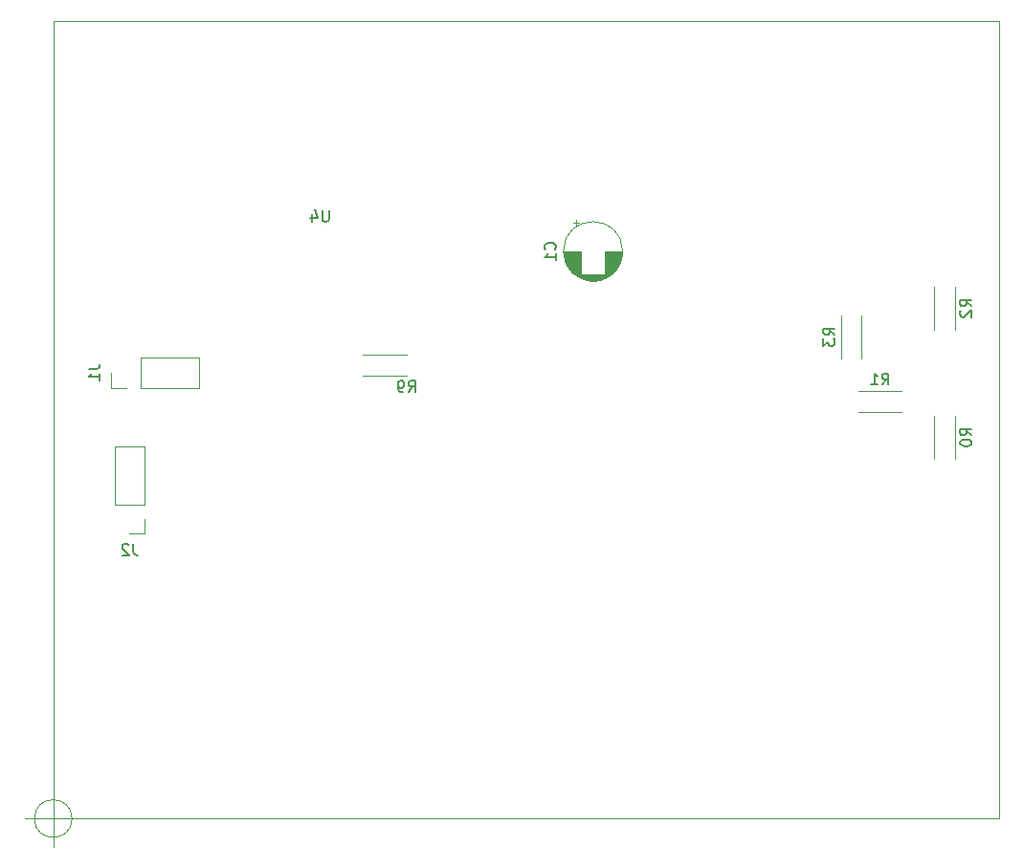
<source format=gbr>
%TF.GenerationSoftware,KiCad,Pcbnew,(6.0.4)*%
%TF.CreationDate,2023-07-18T11:50:36+07:00*%
%TF.ProjectId,05-Prototype-UpdatedComponents,30352d50-726f-4746-9f74-7970652d5570,rev?*%
%TF.SameCoordinates,PX82af528PY8a31af8*%
%TF.FileFunction,Legend,Bot*%
%TF.FilePolarity,Positive*%
%FSLAX46Y46*%
G04 Gerber Fmt 4.6, Leading zero omitted, Abs format (unit mm)*
G04 Created by KiCad (PCBNEW (6.0.4)) date 2023-07-18 11:50:36*
%MOMM*%
%LPD*%
G01*
G04 APERTURE LIST*
%TA.AperFunction,Profile*%
%ADD10C,0.100000*%
%TD*%
%ADD11C,0.150000*%
%ADD12C,0.120000*%
G04 APERTURE END LIST*
D10*
X1666666Y0D02*
G75*
G03*
X1666666Y0I-1666666J0D01*
G01*
X-2500000Y0D02*
X2500000Y0D01*
X0Y2500000D02*
X0Y-2500000D01*
X0Y0D02*
X83693000Y0D01*
X83693000Y0D02*
X83693000Y70612000D01*
X83693000Y70612000D02*
X0Y70612000D01*
X0Y70612000D02*
X0Y0D01*
D11*
%TO.C,J2*%
X7089333Y24335620D02*
X7089333Y23621334D01*
X7136952Y23478477D01*
X7232190Y23383239D01*
X7375047Y23335620D01*
X7470285Y23335620D01*
X6660761Y24240381D02*
X6613142Y24288000D01*
X6517904Y24335620D01*
X6279809Y24335620D01*
X6184571Y24288000D01*
X6136952Y24240381D01*
X6089333Y24145143D01*
X6089333Y24049905D01*
X6136952Y23907048D01*
X6708380Y23335620D01*
X6089333Y23335620D01*
%TO.C,J1*%
X3134380Y39815334D02*
X3848666Y39815334D01*
X3991523Y39862953D01*
X4086761Y39958191D01*
X4134380Y40101048D01*
X4134380Y40196286D01*
X4134380Y38815334D02*
X4134380Y39386762D01*
X4134380Y39101048D02*
X3134380Y39101048D01*
X3277238Y39196286D01*
X3372476Y39291524D01*
X3420095Y39386762D01*
%TO.C,U4*%
X24383904Y53879620D02*
X24383904Y53070096D01*
X24336285Y52974858D01*
X24288666Y52927239D01*
X24193428Y52879620D01*
X24002952Y52879620D01*
X23907714Y52927239D01*
X23860095Y52974858D01*
X23812476Y53070096D01*
X23812476Y53879620D01*
X22907714Y53546286D02*
X22907714Y52879620D01*
X23145809Y53927239D02*
X23383904Y53212953D01*
X22764857Y53212953D01*
%TO.C,C1*%
X44359142Y50413779D02*
X44406761Y50461398D01*
X44454380Y50604255D01*
X44454380Y50699493D01*
X44406761Y50842351D01*
X44311523Y50937589D01*
X44216285Y50985208D01*
X44025809Y51032827D01*
X43882952Y51032827D01*
X43692476Y50985208D01*
X43597238Y50937589D01*
X43502000Y50842351D01*
X43454380Y50699493D01*
X43454380Y50604255D01*
X43502000Y50461398D01*
X43549619Y50413779D01*
X44454380Y49461398D02*
X44454380Y50032827D01*
X44454380Y49747112D02*
X43454380Y49747112D01*
X43597238Y49842351D01*
X43692476Y49937589D01*
X43740095Y50032827D01*
%TO.C,R3*%
X69144380Y42838667D02*
X68668190Y43172000D01*
X69144380Y43410096D02*
X68144380Y43410096D01*
X68144380Y43029143D01*
X68192000Y42933905D01*
X68239619Y42886286D01*
X68334857Y42838667D01*
X68477714Y42838667D01*
X68572952Y42886286D01*
X68620571Y42933905D01*
X68668190Y43029143D01*
X68668190Y43410096D01*
X68144380Y42505334D02*
X68144380Y41886286D01*
X68525333Y42219620D01*
X68525333Y42076762D01*
X68572952Y41981524D01*
X68620571Y41933905D01*
X68715809Y41886286D01*
X68953904Y41886286D01*
X69049142Y41933905D01*
X69096761Y41981524D01*
X69144380Y42076762D01*
X69144380Y42362477D01*
X69096761Y42457715D01*
X69049142Y42505334D01*
%TO.C,R1*%
X73318666Y38424620D02*
X73652000Y38900810D01*
X73890095Y38424620D02*
X73890095Y39424620D01*
X73509142Y39424620D01*
X73413904Y39377000D01*
X73366285Y39329381D01*
X73318666Y39234143D01*
X73318666Y39091286D01*
X73366285Y38996048D01*
X73413904Y38948429D01*
X73509142Y38900810D01*
X73890095Y38900810D01*
X72366285Y38424620D02*
X72937714Y38424620D01*
X72652000Y38424620D02*
X72652000Y39424620D01*
X72747238Y39281762D01*
X72842476Y39186524D01*
X72937714Y39138905D01*
%TO.C,R9*%
X31423666Y37774620D02*
X31757000Y38250810D01*
X31995095Y37774620D02*
X31995095Y38774620D01*
X31614142Y38774620D01*
X31518904Y38727000D01*
X31471285Y38679381D01*
X31423666Y38584143D01*
X31423666Y38441286D01*
X31471285Y38346048D01*
X31518904Y38298429D01*
X31614142Y38250810D01*
X31995095Y38250810D01*
X30947476Y37774620D02*
X30757000Y37774620D01*
X30661761Y37822239D01*
X30614142Y37869858D01*
X30518904Y38012715D01*
X30471285Y38203191D01*
X30471285Y38584143D01*
X30518904Y38679381D01*
X30566523Y38727000D01*
X30661761Y38774620D01*
X30852238Y38774620D01*
X30947476Y38727000D01*
X30995095Y38679381D01*
X31042714Y38584143D01*
X31042714Y38346048D01*
X30995095Y38250810D01*
X30947476Y38203191D01*
X30852238Y38155572D01*
X30661761Y38155572D01*
X30566523Y38203191D01*
X30518904Y38250810D01*
X30471285Y38346048D01*
%TO.C,R0*%
X81239380Y33948667D02*
X80763190Y34282000D01*
X81239380Y34520096D02*
X80239380Y34520096D01*
X80239380Y34139143D01*
X80287000Y34043905D01*
X80334619Y33996286D01*
X80429857Y33948667D01*
X80572714Y33948667D01*
X80667952Y33996286D01*
X80715571Y34043905D01*
X80763190Y34139143D01*
X80763190Y34520096D01*
X80239380Y33329620D02*
X80239380Y33234381D01*
X80287000Y33139143D01*
X80334619Y33091524D01*
X80429857Y33043905D01*
X80620333Y32996286D01*
X80858428Y32996286D01*
X81048904Y33043905D01*
X81144142Y33091524D01*
X81191761Y33139143D01*
X81239380Y33234381D01*
X81239380Y33329620D01*
X81191761Y33424858D01*
X81144142Y33472477D01*
X81048904Y33520096D01*
X80858428Y33567715D01*
X80620333Y33567715D01*
X80429857Y33520096D01*
X80334619Y33472477D01*
X80287000Y33424858D01*
X80239380Y33329620D01*
%TO.C,R2*%
X81239380Y45378667D02*
X80763190Y45712000D01*
X81239380Y45950096D02*
X80239380Y45950096D01*
X80239380Y45569143D01*
X80287000Y45473905D01*
X80334619Y45426286D01*
X80429857Y45378667D01*
X80572714Y45378667D01*
X80667952Y45426286D01*
X80715571Y45473905D01*
X80763190Y45569143D01*
X80763190Y45950096D01*
X80334619Y44997715D02*
X80287000Y44950096D01*
X80239380Y44854858D01*
X80239380Y44616762D01*
X80287000Y44521524D01*
X80334619Y44473905D01*
X80429857Y44426286D01*
X80525095Y44426286D01*
X80667952Y44473905D01*
X81239380Y45045334D01*
X81239380Y44426286D01*
D12*
%TO.C,J2*%
X5426000Y32968000D02*
X8086000Y32968000D01*
X8086000Y25228000D02*
X8086000Y26558000D01*
X5426000Y27828000D02*
X8086000Y27828000D01*
X5426000Y27828000D02*
X5426000Y32968000D01*
X8086000Y27828000D02*
X8086000Y32968000D01*
X6756000Y25228000D02*
X8086000Y25228000D01*
%TO.C,J1*%
X7722000Y40812000D02*
X12862000Y40812000D01*
X5122000Y38152000D02*
X6452000Y38152000D01*
X5122000Y39482000D02*
X5122000Y38152000D01*
X7722000Y40812000D02*
X7722000Y38152000D01*
X7722000Y38152000D02*
X12862000Y38152000D01*
X12862000Y40812000D02*
X12862000Y38152000D01*
%TO.C,C1*%
X50372000Y50247112D02*
G75*
G03*
X50372000Y50247112I-2620000J0D01*
G01*
X48792000Y49807112D02*
X50295000Y49807112D01*
X45603000Y48806112D02*
X46712000Y48806112D01*
X48792000Y49006112D02*
X50020000Y49006112D01*
X45284000Y49486112D02*
X46712000Y49486112D01*
X48792000Y48486112D02*
X49653000Y48486112D01*
X45370000Y49246112D02*
X46712000Y49246112D01*
X48792000Y49767112D02*
X50288000Y49767112D01*
X48792000Y49166112D02*
X50100000Y49166112D01*
X45423000Y49126112D02*
X46712000Y49126112D01*
X45967000Y48366112D02*
X46712000Y48366112D01*
X45851000Y48486112D02*
X46712000Y48486112D01*
X45224000Y49727112D02*
X46712000Y49727112D01*
X48792000Y49086112D02*
X50062000Y49086112D01*
X47468000Y47646112D02*
X48036000Y47646112D01*
X48792000Y49366112D02*
X50180000Y49366112D01*
X45324000Y49366112D02*
X46712000Y49366112D01*
X48792000Y48886112D02*
X49952000Y48886112D01*
X48792000Y49126112D02*
X50081000Y49126112D01*
X46741000Y47846112D02*
X48763000Y47846112D01*
X48792000Y48726112D02*
X49847000Y48726112D01*
X46309000Y48086112D02*
X49195000Y48086112D01*
X45187000Y49967112D02*
X46712000Y49967112D01*
X46099000Y48246112D02*
X46712000Y48246112D01*
X48792000Y48926112D02*
X49976000Y48926112D01*
X45462000Y49046112D02*
X46712000Y49046112D01*
X45191000Y49927112D02*
X46712000Y49927112D01*
X46009000Y48326112D02*
X46712000Y48326112D01*
X48792000Y50247112D02*
X50332000Y50247112D01*
X45687000Y48686112D02*
X46712000Y48686112D01*
X48792000Y48366112D02*
X49537000Y48366112D01*
X48792000Y49927112D02*
X50313000Y49927112D01*
X45717000Y48646112D02*
X46712000Y48646112D01*
X48792000Y48566112D02*
X49723000Y48566112D01*
X45272000Y49526112D02*
X46712000Y49526112D01*
X48792000Y49607112D02*
X50253000Y49607112D01*
X45387000Y49206112D02*
X46712000Y49206112D01*
X46053000Y48286112D02*
X46712000Y48286112D01*
X45172000Y50247112D02*
X46712000Y50247112D01*
X48792000Y49567112D02*
X50243000Y49567112D01*
X45232000Y49687112D02*
X46712000Y49687112D01*
X47075000Y47726112D02*
X48429000Y47726112D01*
X48792000Y49286112D02*
X50150000Y49286112D01*
X45310000Y49406112D02*
X46712000Y49406112D01*
X45176000Y50087112D02*
X46712000Y50087112D01*
X48792000Y48286112D02*
X49451000Y48286112D01*
X45926000Y48406112D02*
X46712000Y48406112D01*
X46027000Y52801887D02*
X46527000Y52801887D01*
X48792000Y49486112D02*
X50220000Y49486112D01*
X45179000Y50047112D02*
X46712000Y50047112D01*
X48792000Y49647112D02*
X50263000Y49647112D01*
X45241000Y49647112D02*
X46712000Y49647112D01*
X48792000Y49046112D02*
X50042000Y49046112D01*
X46654000Y47886112D02*
X48850000Y47886112D01*
X46277000Y53051887D02*
X46277000Y52551887D01*
X45781000Y48566112D02*
X46712000Y48566112D01*
X45404000Y49166112D02*
X46712000Y49166112D01*
X48792000Y48686112D02*
X49817000Y48686112D01*
X45815000Y48526112D02*
X46712000Y48526112D01*
X48792000Y48326112D02*
X49495000Y48326112D01*
X48792000Y50127112D02*
X50330000Y50127112D01*
X45484000Y49006112D02*
X46712000Y49006112D01*
X48792000Y48806112D02*
X49901000Y48806112D01*
X45209000Y49807112D02*
X46712000Y49807112D01*
X48792000Y50007112D02*
X50321000Y50007112D01*
X45630000Y48766112D02*
X46712000Y48766112D01*
X45338000Y49326112D02*
X46712000Y49326112D01*
X46574000Y47926112D02*
X48930000Y47926112D01*
X48792000Y49246112D02*
X50134000Y49246112D01*
X45657000Y48726112D02*
X46712000Y48726112D01*
X48792000Y49446112D02*
X50207000Y49446112D01*
X48792000Y49406112D02*
X50194000Y49406112D01*
X48792000Y50087112D02*
X50328000Y50087112D01*
X45251000Y49607112D02*
X46712000Y49607112D01*
X48792000Y48766112D02*
X49874000Y48766112D01*
X46837000Y47806112D02*
X48667000Y47806112D01*
X48792000Y49326112D02*
X50166000Y49326112D01*
X48792000Y49847112D02*
X50302000Y49847112D01*
X48792000Y50207112D02*
X50332000Y50207112D01*
X45577000Y48846112D02*
X46712000Y48846112D01*
X48792000Y48846112D02*
X49927000Y48846112D01*
X48792000Y48446112D02*
X49616000Y48446112D01*
X45173000Y50167112D02*
X46712000Y50167112D01*
X46947000Y47766112D02*
X48557000Y47766112D01*
X46501000Y47966112D02*
X49003000Y47966112D01*
X48792000Y48966112D02*
X49999000Y48966112D01*
X45172000Y50207112D02*
X46712000Y50207112D01*
X45442000Y49086112D02*
X46712000Y49086112D01*
X48792000Y50167112D02*
X50331000Y50167112D01*
X48792000Y48606112D02*
X49756000Y48606112D01*
X45183000Y50007112D02*
X46712000Y50007112D01*
X48792000Y49687112D02*
X50272000Y49687112D01*
X48792000Y49967112D02*
X50317000Y49967112D01*
X48792000Y48246112D02*
X49405000Y48246112D01*
X46198000Y48166112D02*
X49306000Y48166112D01*
X45174000Y50127112D02*
X46712000Y50127112D01*
X45202000Y49847112D02*
X46712000Y49847112D01*
X45748000Y48606112D02*
X46712000Y48606112D01*
X46369000Y48046112D02*
X49135000Y48046112D01*
X45552000Y48886112D02*
X46712000Y48886112D01*
X45261000Y49567112D02*
X46712000Y49567112D01*
X45216000Y49767112D02*
X46712000Y49767112D01*
X45505000Y48966112D02*
X46712000Y48966112D01*
X45354000Y49286112D02*
X46712000Y49286112D01*
X46147000Y48206112D02*
X49357000Y48206112D01*
X45196000Y49887112D02*
X46712000Y49887112D01*
X48792000Y49727112D02*
X50280000Y49727112D01*
X48792000Y50047112D02*
X50325000Y50047112D01*
X48792000Y49526112D02*
X50232000Y49526112D01*
X45528000Y48926112D02*
X46712000Y48926112D01*
X48792000Y49206112D02*
X50117000Y49206112D01*
X47234000Y47686112D02*
X48270000Y47686112D01*
X46433000Y48006112D02*
X49071000Y48006112D01*
X48792000Y48526112D02*
X49689000Y48526112D01*
X45888000Y48446112D02*
X46712000Y48446112D01*
X46252000Y48126112D02*
X49252000Y48126112D01*
X48792000Y48646112D02*
X49787000Y48646112D01*
X48792000Y48406112D02*
X49578000Y48406112D01*
X45297000Y49446112D02*
X46712000Y49446112D01*
X48792000Y49887112D02*
X50308000Y49887112D01*
%TO.C,R3*%
X71532000Y44592000D02*
X71532000Y40752000D01*
X69692000Y44592000D02*
X69692000Y40752000D01*
%TO.C,R1*%
X75072000Y36037000D02*
X71232000Y36037000D01*
X75072000Y37877000D02*
X71232000Y37877000D01*
%TO.C,R9*%
X27417000Y41052000D02*
X31257000Y41052000D01*
X27417000Y39212000D02*
X31257000Y39212000D01*
%TO.C,R0*%
X77947000Y31862000D02*
X77947000Y35702000D01*
X79787000Y31862000D02*
X79787000Y35702000D01*
%TO.C,R2*%
X77947000Y43292000D02*
X77947000Y47132000D01*
X79787000Y43292000D02*
X79787000Y47132000D01*
%TD*%
M02*

</source>
